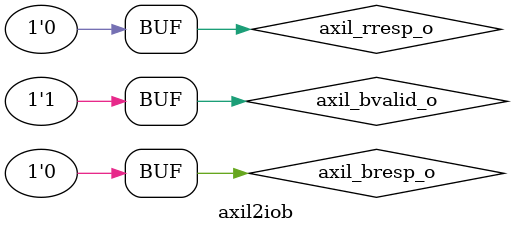
<source format=v>
`timescale 1ns / 1ps



module axil2iob
  #(
    parameter AXIL_ADDR_W = 21,     // AXI Lite address bus width in bits
    parameter AXIL_DATA_W = 21,     // AXI Lite data bus width in bits
    parameter ADDR_W = AXIL_ADDR_W, // IOb address bus width in bits
    parameter DATA_W = AXIL_DATA_W  // IOb data bus width in bits
  )
  (
    // AXI4 Lite slave interface
  `include "iob_axil_s_port.vh"

    // IOb master interface
  `include "iob_m_port.vh"

    // Global signals
  `include "iob_clkrst_port.vh"
    );

   //
   // COMPUTE AXIL OUTPUTS
   //
  
   // write address
  assign axil_awready_o = iob_ready_i;

   // write
  assign axil_wready_o = iob_ready_i;

   // write response
  assign axil_bresp_o = 2'b0;
  assign axil_bvalid_o = 1'b1;

   // read address
  assign axil_arready_o = iob_ready_i;

   // read
  assign axil_rdata_o = iob_rdata_i;
  assign axil_rresp_o = 2'b0;
  assign axil_rvalid_o = iob_rvalid_i;

   //
   // COMPUTE IOb OUTPUTS
   //
  assign iob_avalid_o = axil_awvalid_i | axil_wvalid_i | axil_arvalid_i;
  assign iob_addr_o  = axil_awvalid_i? axil_awaddr_i: axil_araddr_i;
  assign iob_wdata_o = axil_wdata_i;
  assign iob_wstrb_o = axil_wvalid_i? axil_wstrb_i: {DATA_W/8{1'b0}};

endmodule

</source>
